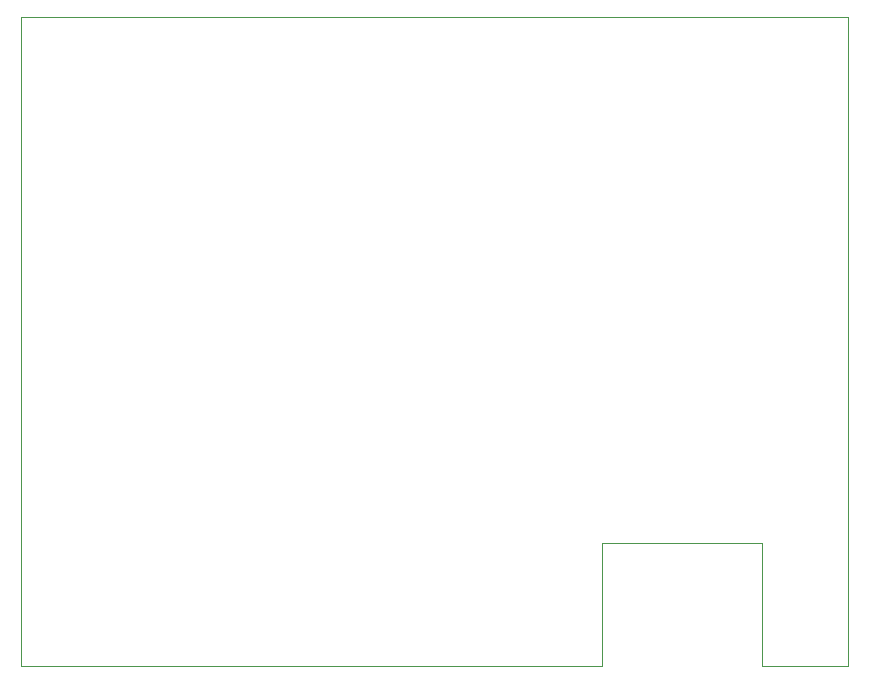
<source format=gm1>
%TF.GenerationSoftware,KiCad,Pcbnew,(6.0.8-1)-1*%
%TF.CreationDate,2022-11-03T22:23:09+08:00*%
%TF.ProjectId,PCB,5043422e-6b69-4636-9164-5f7063625858,rev?*%
%TF.SameCoordinates,Original*%
%TF.FileFunction,Profile,NP*%
%FSLAX46Y46*%
G04 Gerber Fmt 4.6, Leading zero omitted, Abs format (unit mm)*
G04 Created by KiCad (PCBNEW (6.0.8-1)-1) date 2022-11-03 22:23:09*
%MOMM*%
%LPD*%
G01*
G04 APERTURE LIST*
%TA.AperFunction,Profile*%
%ADD10C,0.100000*%
%TD*%
G04 APERTURE END LIST*
D10*
X44704000Y-65142000D02*
X114704000Y-65142000D01*
X114704000Y-65142000D02*
X114704000Y-120142000D01*
X114704000Y-120142000D02*
X107442000Y-120142000D01*
X93853000Y-120142000D02*
X44704000Y-120142000D01*
X107442000Y-109728000D02*
X107442000Y-120142000D01*
X93853000Y-109728000D02*
X107442000Y-109728000D01*
X44704000Y-120142000D02*
X44704000Y-65142000D01*
X93853000Y-120142000D02*
X93853000Y-109728000D01*
M02*

</source>
